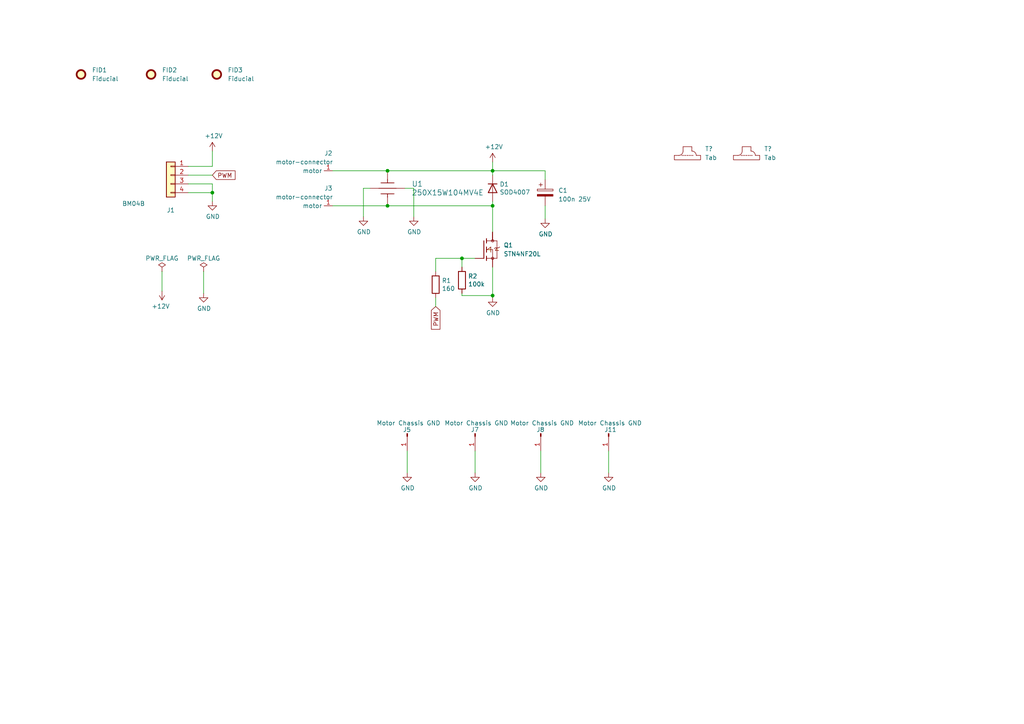
<source format=kicad_sch>
(kicad_sch (version 20211123) (generator eeschema)
  (paper "A4")
  (title_block (date "2023-02-01") (rev "5"))
  (lib_symbols
    (symbol "250X15W104MV4E:250X15W104MV4E" (pin_numbers hide) (pin_names (offset 1.651) hide)
      (property "Reference" "U" (at 3.81 9.525 0))
      (property "Value" "250X15W104MV4E" (at 3.81 -7.62 0))
      (symbol "250X15W104MV4E_1_1"
        (polyline (pts (xy 2.54 0) (xy 3.4798 0)) (stroke (width 0.2032)))
        (polyline (pts (xy 3.4798 -1.905) (xy 3.4798 1.905)) (stroke (width 0.2032)))
        (polyline (pts (xy 5.08 -2.54) (xy 5.08 2.54)) (stroke (width 0.2032)))
        (polyline (pts (xy 6.6548 -1.905) (xy 6.6548 1.905)) (stroke (width 0.2032)))
        (polyline (pts (xy 6.6548 0) (xy 7.62 0)) (stroke (width 0.2032)))
        (pin unspecified line (at 0 0 0) (length 2.54) (name "1") (number "1"))
        (pin unspecified line (at 10.16 0 180) (length 2.54) (name "2") (number "2"))
        (pin unspecified line (at 5.08 5.08 270) (length 2.54) (name "3") (number "3"))
        (pin unspecified line (at 5.08 -5.08 90) (length 2.54) (name "4") (number "4"))
      )
    )
    (symbol "Connector:Conn_01x01_Male" (pin_names (offset 1.016) hide)
      (property "Reference" "J" (at 0 2.54 0))
      (property "Value" "Conn_01x01_Male" (at 0 -2.54 0))
      (symbol "Conn_01x01_Male_1_1"
        (polyline (pts (xy 1.27 0) (xy 0.8636 0)) (stroke (width 0.1524)))
        (rectangle (start 0.8636 0.127) (end 0 -0.127) (stroke (width 0.1524)) (fill (type outline)))
        (pin passive line (at 5.08 0 180) (length 3.81) (name "Pin_1") (number "1"))
      )
    )
    (symbol "Connector_Generic:Conn_01x04" (pin_names (offset 1.016) hide)
      (property "Reference" "J" (at 0 5.08 0))
      (property "Value" "Conn_01x04" (at 0 -7.62 0))
      (symbol "Conn_01x04_1_1"
        (rectangle (start -1.27 -4.953) (end 0 -5.207) (stroke (width 0.1524)))
        (rectangle (start -1.27 -2.413) (end 0 -2.667) (stroke (width 0.1524)))
        (rectangle (start -1.27 0.127) (end 0 -0.127) (stroke (width 0.1524)))
        (rectangle (start -1.27 2.667) (end 0 2.413) (stroke (width 0.1524)))
        (rectangle (start -1.27 3.81) (end 1.27 -6.35) (stroke (width 0.254)) (fill (type background)))
        (pin passive line (at -5.08 2.54 0) (length 3.81) (name "Pin_1") (number "1"))
        (pin passive line (at -5.08 0 0) (length 3.81) (name "Pin_2") (number "2"))
        (pin passive line (at -5.08 -2.54 0) (length 3.81) (name "Pin_3") (number "3"))
        (pin passive line (at -5.08 -5.08 0) (length 3.81) (name "Pin_4") (number "4"))
      )
    )
    (symbol "Device:C_Polarized" (pin_numbers hide) (pin_names (offset 0.254))
      (property "Reference" "C" (at 0.635 2.54 0))
      (property "Value" "C_Polarized" (at 0.635 -2.54 0))
      (symbol "C_Polarized_0_1"
        (rectangle (start -2.286 0.508) (end 2.286 1.016))
        (polyline (pts (xy -1.778 2.286) (xy -0.762 2.286)))
        (polyline (pts (xy -1.27 2.794) (xy -1.27 1.778)))
        (rectangle (start 2.286 -0.508) (end -2.286 -1.016) (fill (type outline)))
      )
      (symbol "C_Polarized_1_1"
        (pin passive line (at 0 3.81 270) (length 2.794) (name "~") (number "1"))
        (pin passive line (at 0 -3.81 90) (length 2.794) (name "~") (number "2"))
      )
    )
    (symbol "Device:D" (pin_numbers hide) (pin_names (offset 1.016) hide)
      (property "Reference" "D" (at 0 2.54 0))
      (property "Value" "D" (at 0 -2.54 0))
      (symbol "D_0_1"
        (polyline (pts (xy -1.27 1.27) (xy -1.27 -1.27)) (stroke (width 0.254)))
        (polyline (pts (xy 1.27 0) (xy -1.27 0)))
        (polyline (pts (xy 1.27 1.27) (xy 1.27 -1.27) (xy -1.27 0) (xy 1.27 1.27)) (stroke (width 0.254)))
      )
      (symbol "D_1_1"
        (pin passive line (at -3.81 0 0) (length 2.54) (name "K") (number "1"))
        (pin passive line (at 3.81 0 180) (length 2.54) (name "A") (number "2"))
      )
    )
    (symbol "Device:R" (pin_numbers hide) (pin_names (offset 0))
      (property "Reference" "R" (at 2.032 0 90))
      (property "Value" "R" (at 0 0 90))
      (symbol "R_0_1"
        (rectangle (start -1.016 -2.54) (end 1.016 2.54) (stroke (width 0.254)))
      )
      (symbol "R_1_1"
        (pin passive line (at 0 3.81 270) (length 1.27) (name "~") (number "1"))
        (pin passive line (at 0 -3.81 90) (length 1.27) (name "~") (number "2"))
      )
    )
    (symbol "Mechanical:Fiducial"
      (property "Reference" "FID" (at 0 5.08 0))
      (property "Value" "Fiducial" (at 0 3.175 0))
      (symbol "Fiducial_0_1"
        (circle (center 0 0) (radius 1.27) (stroke (width 0.508)) (fill (type background)))
      )
    )
    (symbol "STN4NF20L:STN4NF20L" (pin_numbers hide) (pin_names (offset 1.016) hide)
      (property "Reference" "Q" (at -13.97 2.54 0))
      (property "Value" "STN4NF20L" (at -13.97 0 0))
      (symbol "STN4NF20L_0_0"
        (circle (center 0 -2.54) (radius 0.3556))
        (polyline (pts (xy -2.54 2.54) (xy -2.54 -2.54)) (stroke (width 0.254)))
        (polyline (pts (xy -1.778 -2.54) (xy -1.778 -3.175)) (stroke (width 0.254)))
        (polyline (pts (xy -1.778 -1.905) (xy -1.778 -2.54)) (stroke (width 0.254)))
        (polyline (pts (xy -1.778 0) (xy -1.778 -0.762)) (stroke (width 0.254)))
        (polyline (pts (xy -1.778 0) (xy 0 0)) (stroke (width 0.1524)))
        (polyline (pts (xy -1.778 0.762) (xy -1.778 0)) (stroke (width 0.254)))
        (polyline (pts (xy -1.778 2.54) (xy -1.778 1.905)) (stroke (width 0.254)))
        (polyline (pts (xy -1.778 2.54) (xy 1.27 2.54)) (stroke (width 0.1524)))
        (polyline (pts (xy -1.778 3.175) (xy -1.778 2.54)) (stroke (width 0.254)))
        (polyline (pts (xy 0 -2.54) (xy -1.778 -2.54)) (stroke (width 0.1524)))
        (polyline (pts (xy 0 -2.54) (xy 1.27 -2.54)) (stroke (width 0.1524)))
        (polyline (pts (xy 0 0) (xy 0 -2.54)) (stroke (width 0.1524)))
        (polyline (pts (xy 0.762 0.508) (xy 0.508 0.254)) (stroke (width 0.1524)))
        (polyline (pts (xy 1.27 0.508) (xy 0.762 0.508)) (stroke (width 0.1524)))
        (polyline (pts (xy 1.27 0.508) (xy 1.27 -2.54)) (stroke (width 0.1524)))
        (polyline (pts (xy 1.27 2.54) (xy 1.27 0.508)) (stroke (width 0.1524)))
        (polyline (pts (xy 1.778 0.508) (xy 1.27 0.508)) (stroke (width 0.1524)))
        (polyline (pts (xy 2.032 0.762) (xy 1.778 0.508)) (stroke (width 0.1524)))
        (polyline (pts (xy -1.524 0) (xy -0.508 0.762) (xy -0.508 -0.762)) (stroke (width 0.1524)) (fill (type background)))
        (polyline (pts (xy 1.27 0.508) (xy 0.762 -0.254) (xy 1.778 -0.254)) (stroke (width 0.1524)) (fill (type background)))
        (circle (center 0 2.54) (radius 0.3556))
        (pin passive line (at -5.08 -2.54 0) (length 2.54) (name "~") (number "1"))
        (pin passive line (at 0 5.08 270) (length 2.54) (name "~") (number "2"))
        (pin passive line (at 0 -5.08 90) (length 2.54) (name "~") (number "3"))
        (pin passive line (at 0 5.08 270) (length 2.54) (name "~") (number "T"))
      )
    )
    (symbol "kikit:Tab" (in_bom no)
      (property "Reference" "T" (at 0 3.81 0))
      (property "Value" "Tab" (at 0 -2.54 0))
      (symbol "Tab_0_1"
        (arc (start -2.54 0) (mid -1.642 0.372) (end -1.27 1.27) (stroke (width 0.1524)))
        (circle (center -1.524 0) (radius 0.0762) (stroke (width 0.1524)))
        (circle (center -1.016 0) (radius 0.0762) (stroke (width 0.1524)))
        (circle (center -0.508 0) (radius 0.0762) (stroke (width 0.1524)))
        (polyline (pts (xy -3.81 0) (xy -2.54 0)) (stroke (width 0.1524)))
        (polyline (pts (xy -1.27 1.27) (xy -1.27 2.54)) (stroke (width 0.1524)))
        (polyline (pts (xy 1.27 1.27) (xy 1.27 2.54)) (stroke (width 0.1524)))
        (polyline (pts (xy 1.27 2.54) (xy -1.27 2.54)) (stroke (width 0.1524)))
        (polyline (pts (xy 2.54 0) (xy 3.81 0)) (stroke (width 0.1524)))
        (polyline (pts (xy -3.81 0) (xy -3.81 -1.27) (xy 3.81 -1.27) (xy 3.81 0)) (stroke (width 0.1524)))
        (circle (center 0 0) (radius 0.0762) (stroke (width 0.1524)))
        (circle (center 0.508 0) (radius 0.0762) (stroke (width 0.1524)))
        (circle (center 1.016 0) (radius 0.0762) (stroke (width 0.1524)))
        (circle (center 1.524 0) (radius 0.0762) (stroke (width 0.1524)))
        (arc (start 2.54 0) (mid 3.438 2.168) (end 1.27 1.27) (stroke (width 0.1524)))
      )
    )
    (symbol "motor-mount:motor-connector"
      (property "Reference" "J" (at 0 6.35 0))
      (property "Value" "motor-connector" (at 0 3.81 0))
      (symbol "motor-connector_1_1"
        (pin bidirectional line (at -1.27 0 0) (length 2.54) (name "motor") (number "1"))
      )
    )
    (symbol "power:+12V" (power) (pin_names (offset 0))
      (property "Value" "+12V" (at 0 3.556 0))
      (symbol "+12V_0_1"
        (polyline (pts (xy -0.762 1.27) (xy 0 2.54)))
        (polyline (pts (xy 0 0) (xy 0 2.54)))
        (polyline (pts (xy 0 2.54) (xy 0.762 1.27)))
      )
      (symbol "+12V_1_1"
        (pin power_in line (at 0 0 90) (length 0) hide (name "+12V") (number "1"))
      )
    )
    (symbol "power:GND" (power) (pin_names (offset 0))
      (property "Value" "GND" (at 0 -3.81 0))
      (symbol "GND_0_1"
        (polyline (pts (xy 0 0) (xy 0 -1.27) (xy 1.27 -1.27) (xy 0 -2.54) (xy -1.27 -1.27) (xy 0 -1.27)))
      )
      (symbol "GND_1_1"
        (pin power_in line (at 0 0 270) (length 0) hide (name "GND") (number "1"))
      )
    )
    (symbol "power:PWR_FLAG" (power) (pin_numbers hide) (pin_names (offset 0) hide)
      (property "Value" "PWR_FLAG" (at 0 3.81 0))
      (symbol "PWR_FLAG_0_0"
        (pin power_out line (at 0 0 90) (length 0) (name "pwr") (number "1"))
      )
      (symbol "PWR_FLAG_0_1"
        (polyline (pts (xy 0 0) (xy 0 1.27) (xy -1.016 1.905) (xy 0 2.54) (xy 1.016 1.905) (xy 0 1.27)))
      )
    )
  )
  (junction (at 133.985 74.93) (diameter 0.9144))
  (junction (at 142.875 49.53) (diameter 0.9144))
  (junction (at 112.395 59.69) (diameter 0.9144))
  (junction (at 61.595 55.88))
  (junction (at 112.395 49.53) (diameter 0.9144))
  (junction (at 142.875 85.725) (diameter 0.9144))
  (junction (at 142.875 59.69) (diameter 0.9144))
  (wire (pts (xy 133.985 77.47) (xy 133.985 74.93)))
  (wire (pts (xy 59.055 78.74) (xy 59.055 85.09)))
  (wire (pts (xy 137.795 130.81) (xy 137.795 137.16)))
  (wire (pts (xy 61.595 48.26) (xy 61.595 43.815)))
  (wire (pts (xy 126.365 74.93) (xy 126.365 78.74)))
  (wire (pts (xy 118.11 130.81) (xy 118.11 137.16)))
  (wire (pts (xy 142.875 50.8) (xy 142.875 49.53)))
  (wire (pts (xy 54.61 53.34) (xy 61.595 53.34)))
  (wire (pts (xy 96.52 59.69) (xy 112.395 59.69)))
  (wire (pts (xy 61.595 55.88) (xy 61.595 58.42)))
  (wire (pts (xy 105.41 54.61) (xy 107.315 54.61)))
  (wire (pts (xy 105.41 62.865) (xy 105.41 54.61)))
  (wire (pts (xy 54.61 50.8) (xy 61.595 50.8)))
  (wire (pts (xy 96.52 49.53) (xy 112.395 49.53)))
  (wire (pts (xy 112.395 49.53) (xy 142.875 49.53)))
  (wire (pts (xy 142.875 58.42) (xy 142.875 59.69)))
  (wire (pts (xy 142.875 59.69) (xy 142.875 67.31)))
  (wire (pts (xy 142.875 85.725) (xy 142.875 86.36)))
  (wire (pts (xy 126.365 74.93) (xy 133.985 74.93)))
  (wire (pts (xy 142.875 77.47) (xy 142.875 85.725)))
  (wire (pts (xy 156.845 130.81) (xy 156.845 137.16)))
  (wire (pts (xy 112.395 59.69) (xy 142.875 59.69)))
  (wire (pts (xy 54.61 55.88) (xy 61.595 55.88)))
  (wire (pts (xy 133.985 85.725) (xy 142.875 85.725)))
  (wire (pts (xy 142.875 49.53) (xy 142.875 46.99)))
  (wire (pts (xy 133.985 85.09) (xy 133.985 85.725)))
  (wire (pts (xy 158.115 52.07) (xy 158.115 49.53)))
  (wire (pts (xy 133.985 74.93) (xy 137.795 74.93)))
  (wire (pts (xy 54.61 48.26) (xy 61.595 48.26)))
  (wire (pts (xy 176.53 130.81) (xy 176.53 137.16)))
  (wire (pts (xy 117.475 54.61) (xy 120.015 54.61)))
  (wire (pts (xy 126.365 86.36) (xy 126.365 88.9)))
  (wire (pts (xy 120.015 54.61) (xy 120.015 62.865)))
  (wire (pts (xy 46.99 78.74) (xy 46.99 84.455)))
  (wire (pts (xy 158.115 63.5) (xy 158.115 59.69)))
  (wire (pts (xy 158.115 49.53) (xy 142.875 49.53)))
  (wire (pts (xy 61.595 53.34) (xy 61.595 55.88)))
  (global_label "PWM" (shape input) (at 61.595 50.8 0) (property "Intersheet References" "${INTERSHEET_REFS}" (effects hide)))
  (global_label "PWM" (shape input) (at 126.365 88.9 270) (property "Intersheet References" "${INTERSHEET_REFS}" (effects hide)))
  (symbol (lib_id "STN4NF20L:STN4NF20L") (at 142.875 72.39 0) (unit 1)
    (property "Reference" "Q1" (at 146.05 71.12 0) (effects (justify left)))
    (property "Value" "STN4NF20L" (at 146.05 73.66 0) (effects (justify left)))
    (property "Footprint" "STN4NF20L:SOT223" (effects hide))
    (property "Datasheet" "https://datasheet.lcsc.com/szlcsc/1811071521_STMicroelectronics-STN4NF20L_C183261.pdf" (effects hide))
    (property "PARTNO" "497-10779-1-ND" (effects hide))
    (property "MPN" "STN4NF20L" (effects hide))
  )
  (symbol (lib_id "power:GND") (at 120.015 62.865 0) (unit 1)
    (property "Reference" "#PWR07" (effects hide))
    (property "Value" "GND" (at 120.142 67.2592 0))
  )
  (symbol (lib_id "power:GND") (at 61.595 58.42 0) (unit 1)
    (property "Reference" "#PWR0103" (effects hide))
    (property "Value" "GND" (at 61.722 62.8142 0))
  )
  (symbol (lib_id "Connector:Conn_01x01_Male") (at 137.795 125.73 270) (unit 1)
    (property "Reference" "J7" (at 136.525 124.6123 90) (effects (justify left)))
    (property "Value" "Motor Chassis GND" (at 128.905 122.7073 90) (effects (justify left)))
    (property "Footprint" "TestPoint:TestPoint_Pad_2.0x2.0mm" (effects hide))
  )
  (symbol (lib_id "power:+12V") (at 142.875 46.99 0) (unit 1)
    (property "Reference" "#PWR03" (effects hide))
    (property "Value" "+12V" (at 143.256 42.5958 0))
  )
  (symbol (lib_id "Device:D") (at 142.875 54.61 270) (unit 1)
    (property "Reference" "D1" (at 144.907 53.4416 90) (effects (justify left)))
    (property "Value" "SOD4007" (at 144.907 55.753 90) (effects (justify left)))
    (property "Footprint" "Diode_SMD:D_SOD-123F" (effects hide))
    (property "Datasheet" "https://lcsc.com/product-detail/Diodes-General-Purpose_Jiangsu-Yutai-Elec-SOD4007_C30353.html" (effects hide))
    (property "MPN" "SOD4007" (effects hide))
  )
  (symbol (lib_id "Connector:Conn_01x01_Male") (at 118.11 125.73 270) (unit 1)
    (property "Reference" "J5" (at 116.84 124.6123 90) (effects (justify left)))
    (property "Value" "Motor Chassis GND" (at 109.22 122.7073 90) (effects (justify left)))
    (property "Footprint" "TestPoint:TestPoint_Pad_2.0x2.0mm" (effects hide))
  )
  (symbol (lib_id "power:PWR_FLAG") (at 59.055 78.74 0) (unit 1)
    (property "Reference" "#FLG0102" (effects hide))
    (property "Value" "PWR_FLAG" (at 59.055 74.93 0))
  )
  (symbol (lib_id "Device:C_Polarized") (at 158.115 55.88 0) (unit 1)
    (property "Reference" "C1" (at 161.925 55.2449 0) (effects (justify left)))
    (property "Value" "100n 25V" (at 161.925 57.7849 0) (effects (justify left)))
    (property "Footprint" "Capacitor_Tantalum_SMD:CP_EIA-3216-18_Kemet-A" (effects hide))
    (property "MPN" "T491A104K035AT" (effects hide))
  )
  (symbol (lib_id "power:GND") (at 158.115 63.5 0) (unit 1)
    (property "Reference" "#PWR05" (effects hide))
    (property "Value" "GND" (at 158.242 67.8942 0))
  )
  (symbol (lib_id "power:PWR_FLAG") (at 46.99 78.74 0) (unit 1)
    (property "Reference" "#FLG0101" (effects hide))
    (property "Value" "PWR_FLAG" (at 46.99 74.93 0))
  )
  (symbol (lib_id "motor-mount:motor-connector") (at 95.25 49.53 180) (unit 1) (in_bom no)
    (property "Reference" "J2" (at 95.25 44.45 0))
    (property "Value" "motor-connector" (at 88.265 46.99 0))
    (property "Footprint" "motor-mount:motor-mount" (effects hide))
  )
  (symbol (lib_id "power:GND") (at 137.795 137.16 0) (unit 1)
    (property "Reference" "#PWR0108" (effects hide))
    (property "Value" "GND" (at 137.922 141.5542 0))
  )
  (symbol (lib_id "power:GND") (at 156.845 137.16 0) (unit 1)
    (property "Reference" "#PWR0109" (effects hide))
    (property "Value" "GND" (at 156.972 141.5542 0))
  )
  (symbol (lib_id "kikit:Tab") (at 199.39 45.085 0) (unit 1) (in_bom no)
    (property "Reference" "T?" (at 204.47 43.1799 0) (effects (justify left)))
    (property "Value" "Tab" (at 204.47 45.7199 0) (effects (justify left)))
    (property "Footprint" "kikit:Tab" (effects hide))
  )
  (symbol (lib_id "power:GND") (at 142.875 86.36 0) (unit 1)
    (property "Reference" "#PWR04" (effects hide))
    (property "Value" "GND" (at 143.002 90.7542 0))
  )
  (symbol (lib_id "Connector_Generic:Conn_01x04") (at 49.53 50.8 0) (mirror y) (unit 1)
    (property "Reference" "J1" (at 49.53 60.96 0))
    (property "Value" "BM04B" (at 38.735 59.055 0))
    (property "Footprint" "Connector_JST:JST_SH_BM04B-SRSS-TB_1x04-1MP_P1.00mm_Vertical" (effects hide))
    (property "Source" "https://lcsc.com/product-detail/Wire-To-Board-Wire-To-Wire-Connector_BOOMELE-Boom-Precision-Elec-C145961_C145961.html" (effects hide))
    (property "MPN" "BM04B-SRSS-TBT(LF)(SN)" (effects hide))
  )
  (symbol (lib_id "power:+12V") (at 46.99 84.455 180) (unit 1)
    (property "Reference" "#PWR0101" (effects hide))
    (property "Value" "+12V" (at 46.609 88.8492 0))
  )
  (symbol (lib_id "Mechanical:Fiducial") (at 23.495 21.59 0) (unit 1)
    (property "Reference" "FID1" (at 26.67 20.3199 0) (effects (justify left)))
    (property "Value" "Fiducial" (at 26.67 22.8599 0) (effects (justify left)))
    (property "Footprint" "Fiducial:Fiducial_0.5mm_Mask1mm" (effects hide))
  )
  (symbol (lib_id "Device:R") (at 133.985 81.28 0) (unit 1)
    (property "Reference" "R2" (at 135.763 80.1116 0) (effects (justify left)))
    (property "Value" "100k" (at 135.763 82.423 0) (effects (justify left)))
    (property "Footprint" "Resistor_SMD:R_0603_1608Metric" (effects hide))
    (property "MPN" "100k 0603" (effects hide))
  )
  (symbol (lib_id "Connector:Conn_01x01_Male") (at 156.845 125.73 270) (unit 1)
    (property "Reference" "J8" (at 155.575 124.6123 90) (effects (justify left)))
    (property "Value" "Motor Chassis GND" (at 147.955 122.7073 90) (effects (justify left)))
    (property "Footprint" "TestPoint:TestPoint_Pad_2.0x2.0mm" (effects hide))
  )
  (symbol (lib_id "Connector:Conn_01x01_Male") (at 176.53 125.73 270) (unit 1)
    (property "Reference" "J11" (at 175.26 124.6123 90) (effects (justify left)))
    (property "Value" "Motor Chassis GND" (at 167.64 122.7073 90) (effects (justify left)))
    (property "Footprint" "TestPoint:TestPoint_Pad_2.0x2.0mm" (effects hide))
  )
  (symbol (lib_id "power:GND") (at 59.055 85.09 0) (unit 1)
    (property "Reference" "#PWR0102" (effects hide))
    (property "Value" "GND" (at 59.182 89.4842 0))
  )
  (symbol (lib_id "power:GND") (at 118.11 137.16 0) (unit 1)
    (property "Reference" "#PWR0105" (effects hide))
    (property "Value" "GND" (at 118.237 141.5542 0))
  )
  (symbol (lib_id "kikit:Tab") (at 216.535 45.085 0) (unit 1) (in_bom no)
    (property "Reference" "T?" (at 221.615 43.1799 0) (effects (justify left)))
    (property "Value" "Tab" (at 221.615 45.7199 0) (effects (justify left)))
    (property "Footprint" "kikit:Tab" (effects hide))
  )
  (symbol (lib_id "power:+12V") (at 61.595 43.815 0) (unit 1)
    (property "Reference" "#PWR0104" (effects hide))
    (property "Value" "+12V" (at 61.976 39.4208 0))
  )
  (symbol (lib_id "Mechanical:Fiducial") (at 62.865 21.59 0) (unit 1)
    (property "Reference" "FID3" (at 66.04 20.3199 0) (effects (justify left)))
    (property "Value" "Fiducial" (at 66.04 22.8599 0) (effects (justify left)))
    (property "Footprint" "Fiducial:Fiducial_0.5mm_Mask1mm" (effects hide))
  )
  (symbol (lib_id "power:GND") (at 105.41 62.865 0) (unit 1)
    (property "Reference" "#PWR06" (effects hide))
    (property "Value" "GND" (at 105.537 67.2592 0))
  )
  (symbol (lib_id "motor-mount:motor-connector") (at 95.25 59.69 180) (unit 1) (in_bom no)
    (property "Reference" "J3" (at 95.25 54.61 0))
    (property "Value" "motor-connector" (at 88.265 57.15 0))
    (property "Footprint" "motor-mount:motor-mount" (effects hide))
  )
  (symbol (lib_id "250X15W104MV4E:250X15W104MV4E") (at 112.395 59.69 90) (unit 1)
    (property "Reference" "U1" (at 119.38 53.34 90) (effects (font (size 1.524 1.524)) (justify right)))
    (property "Value" "250X15W104MV4E" (at 119.38 55.88 90) (effects (font (size 1.524 1.524)) (justify right)))
    (property "Footprint" "250X15W104MV4E:250X15W104MV4E" (effects hide))
    (property "MPN" "250X15W104MV4E" (effects hide))
  )
  (symbol (lib_id "Device:R") (at 126.365 82.55 0) (unit 1)
    (property "Reference" "R1" (at 128.143 81.3816 0) (effects (justify left)))
    (property "Value" "160" (at 128.143 83.693 0) (effects (justify left)))
    (property "Footprint" "Resistor_SMD:R_0603_1608Metric" (effects hide))
    (property "MPN" "160 0603" (effects hide))
  )
  (symbol (lib_id "power:GND") (at 176.53 137.16 0) (unit 1)
    (property "Reference" "#PWR0112" (effects hide))
    (property "Value" "GND" (at 176.657 141.5542 0))
  )
  (symbol (lib_id "Mechanical:Fiducial") (at 43.815 21.59 0) (unit 1)
    (property "Reference" "FID2" (at 46.99 20.3199 0) (effects (justify left)))
    (property "Value" "Fiducial" (at 46.99 22.8599 0) (effects (justify left)))
    (property "Footprint" "Fiducial:Fiducial_0.5mm_Mask1mm" (effects hide))
  )
)
</source>
